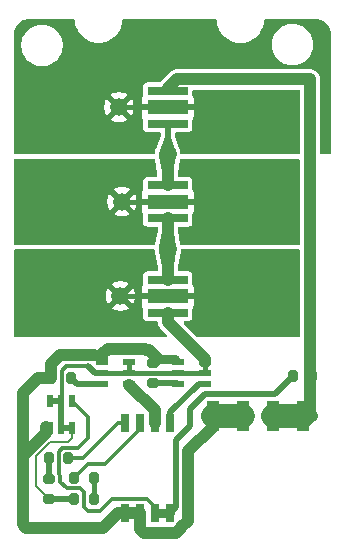
<source format=gbr>
%TF.GenerationSoftware,KiCad,Pcbnew,9.0.2*%
%TF.CreationDate,2025-12-28T15:35:21-05:00*%
%TF.ProjectId,Mothbeam,4d6f7468-6265-4616-9d2e-6b696361645f,rev?*%
%TF.SameCoordinates,Original*%
%TF.FileFunction,Copper,L1,Top*%
%TF.FilePolarity,Positive*%
%FSLAX46Y46*%
G04 Gerber Fmt 4.6, Leading zero omitted, Abs format (unit mm)*
G04 Created by KiCad (PCBNEW 9.0.2) date 2025-12-28 15:35:21*
%MOMM*%
%LPD*%
G01*
G04 APERTURE LIST*
G04 Aperture macros list*
%AMRoundRect*
0 Rectangle with rounded corners*
0 $1 Rounding radius*
0 $2 $3 $4 $5 $6 $7 $8 $9 X,Y pos of 4 corners*
0 Add a 4 corners polygon primitive as box body*
4,1,4,$2,$3,$4,$5,$6,$7,$8,$9,$2,$3,0*
0 Add four circle primitives for the rounded corners*
1,1,$1+$1,$2,$3*
1,1,$1+$1,$4,$5*
1,1,$1+$1,$6,$7*
1,1,$1+$1,$8,$9*
0 Add four rect primitives between the rounded corners*
20,1,$1+$1,$2,$3,$4,$5,0*
20,1,$1+$1,$4,$5,$6,$7,0*
20,1,$1+$1,$6,$7,$8,$9,0*
20,1,$1+$1,$8,$9,$2,$3,0*%
G04 Aperture macros list end*
%TA.AperFunction,Conductor*%
%ADD10C,0.200000*%
%TD*%
%TA.AperFunction,SMDPad,CuDef*%
%ADD11R,0.760000X1.500000*%
%TD*%
%TA.AperFunction,SMDPad,CuDef*%
%ADD12RoundRect,0.200000X0.200000X0.275000X-0.200000X0.275000X-0.200000X-0.275000X0.200000X-0.275000X0*%
%TD*%
%TA.AperFunction,SMDPad,CuDef*%
%ADD13C,1.500000*%
%TD*%
%TA.AperFunction,SMDPad,CuDef*%
%ADD14R,0.530000X1.070000*%
%TD*%
%TA.AperFunction,SMDPad,CuDef*%
%ADD15RoundRect,0.200000X0.275000X-0.200000X0.275000X0.200000X-0.275000X0.200000X-0.275000X-0.200000X0*%
%TD*%
%TA.AperFunction,SMDPad,CuDef*%
%ADD16RoundRect,0.200000X-0.200000X-0.275000X0.200000X-0.275000X0.200000X0.275000X-0.200000X0.275000X0*%
%TD*%
%TA.AperFunction,SMDPad,CuDef*%
%ADD17R,1.000000X2.540000*%
%TD*%
%TA.AperFunction,SMDPad,CuDef*%
%ADD18R,3.450000X0.700000*%
%TD*%
%TA.AperFunction,SMDPad,CuDef*%
%ADD19R,3.450000X1.300000*%
%TD*%
%TA.AperFunction,SMDPad,CuDef*%
%ADD20R,1.070000X0.530000*%
%TD*%
%TA.AperFunction,Conductor*%
%ADD21C,0.203200*%
%TD*%
%TA.AperFunction,Conductor*%
%ADD22C,0.500000*%
%TD*%
%TA.AperFunction,Conductor*%
%ADD23C,0.304800*%
%TD*%
%TA.AperFunction,Conductor*%
%ADD24C,0.400000*%
%TD*%
%TA.AperFunction,Conductor*%
%ADD25C,1.000000*%
%TD*%
%TA.AperFunction,Conductor*%
%ADD26C,2.032000*%
%TD*%
%TA.AperFunction,Conductor*%
%ADD27C,0.800000*%
%TD*%
%TA.AperFunction,Conductor*%
%ADD28C,0.250000*%
%TD*%
G04 APERTURE END LIST*
D10*
%TO.N,/LED-*%
X7850000Y44650000D02*
X7800000Y44600000D01*
%TD*%
D11*
%TO.P,SW2,1,1*%
%TO.N,Net-(U3-EN)*%
X7921776Y35283463D03*
%TO.P,SW2,2,2*%
%TO.N,Net-(U2-EN)*%
X6651776Y35283463D03*
%TO.P,SW2,3,3*%
%TO.N,Net-(R6-Pad2)*%
X5381776Y35283463D03*
%TO.P,SW2,4,4*%
%TO.N,Net-(R4-Pad2)*%
X4101776Y35283463D03*
%TO.P,SW2,5,5*%
%TO.N,GND*%
X4101776Y27663463D03*
%TO.P,SW2,6,6*%
X5381776Y27663463D03*
%TO.P,SW2,7,7*%
%TO.N,EN*%
X6651776Y27663463D03*
%TO.P,SW2,8,8*%
X7921776Y27663463D03*
%TD*%
D12*
%TO.P,R6,1*%
%TO.N,Net-(R2-Pad2)*%
X1475000Y30700000D03*
%TO.P,R6,2*%
%TO.N,Net-(R6-Pad2)*%
X-175000Y30700000D03*
%TD*%
%TO.P,R9,1*%
%TO.N,Net-(U2-REXT)*%
X-465893Y39150000D03*
%TO.P,R9,2*%
%TO.N,GND*%
X-2115893Y39150000D03*
%TD*%
D13*
%TO.P,TP1,1,1*%
%TO.N,Net-(D2-A)*%
X7750000Y50050000D03*
%TD*%
%TO.P,TP2,1,1*%
%TO.N,/T1*%
X3610000Y62060000D03*
%TD*%
%TO.P,TP5,1,1*%
%TO.N,/T3*%
X3740000Y46070000D03*
%TD*%
D14*
%TO.P,U1,1,EN*%
%TO.N,EN*%
X-340893Y37150000D03*
%TO.P,U1,2,OUT*%
%TO.N,/LED-*%
X-1290893Y37150000D03*
%TO.P,U1,3,OUT*%
X-2240893Y37150000D03*
%TO.P,U1,4,GND*%
%TO.N,GND*%
X-2240893Y34850000D03*
%TO.P,U1,5,OUT*%
%TO.N,/LED-*%
X-1290893Y34850000D03*
%TO.P,U1,6,REXT*%
X-340893Y34850000D03*
%TD*%
D13*
%TO.P,TP3,1,1*%
%TO.N,Net-(D1--)*%
X7724600Y58050000D03*
%TD*%
D15*
%TO.P,R1,1*%
%TO.N,Net-(U3-REXT)*%
X6537500Y38725000D03*
%TO.P,R1,2*%
%TO.N,GND*%
X6537500Y40375000D03*
%TD*%
D16*
%TO.P,R4,1*%
%TO.N,Net-(R3-Pad2)*%
X-2325000Y32350000D03*
%TO.P,R4,2*%
%TO.N,Net-(R4-Pad2)*%
X-675000Y32350000D03*
%TD*%
D17*
%TO.P,CN1,1,1*%
%TO.N,GND*%
X11540000Y35877500D03*
%TO.P,CN1,2,2*%
X14080000Y35877500D03*
%TO.P,CN1,3,3*%
%TO.N,/LED+*%
X16620000Y35877500D03*
%TO.P,CN1,4,4*%
X19160000Y35877500D03*
%TD*%
D12*
%TO.P,R5,1*%
%TO.N,/LED+*%
X19975000Y39300000D03*
%TO.P,R5,2*%
%TO.N,EN*%
X18325000Y39300000D03*
%TD*%
D18*
%TO.P,D1,1,+*%
%TO.N,/LED+*%
X7750000Y63450000D03*
%TO.P,D1,2,-*%
%TO.N,Net-(D1--)*%
X7750000Y60650000D03*
D19*
%TO.P,D1,3,nc*%
%TO.N,/T1*%
X7750000Y62050000D03*
%TD*%
D20*
%TO.P,U2,1,EN*%
%TO.N,Net-(U2-EN)*%
X4437500Y38600000D03*
%TO.P,U2,2,OUT*%
%TO.N,/LED-*%
X4437500Y39550000D03*
%TO.P,U2,3,OUT*%
X4437500Y40500000D03*
%TO.P,U2,4,GND*%
%TO.N,GND*%
X2137500Y40500000D03*
%TO.P,U2,5,OUT*%
%TO.N,/LED-*%
X2137500Y39550000D03*
%TO.P,U2,6,REXT*%
%TO.N,Net-(U2-REXT)*%
X2137500Y38600000D03*
%TD*%
D15*
%TO.P,R3,1*%
%TO.N,/LED-*%
X-2300000Y28900000D03*
%TO.P,R3,2*%
%TO.N,Net-(R3-Pad2)*%
X-2300000Y30550000D03*
%TD*%
D18*
%TO.P,D2,1,A*%
%TO.N,Net-(D1--)*%
X7750000Y55450000D03*
%TO.P,D2,2,K*%
%TO.N,Net-(D2-A)*%
X7750000Y52650000D03*
D19*
%TO.P,D2,3,3*%
%TO.N,/T2*%
X7750000Y54050000D03*
%TD*%
D13*
%TO.P,TP4,1,1*%
%TO.N,/T2*%
X3870000Y54050000D03*
%TD*%
D18*
%TO.P,D3,1,+*%
%TO.N,Net-(D2-A)*%
X7750000Y47450000D03*
%TO.P,D3,2,-*%
%TO.N,/LED-*%
X7750000Y44650000D03*
D19*
%TO.P,D3,3,nc*%
%TO.N,/T3*%
X7750000Y46050000D03*
%TD*%
D16*
%TO.P,R2,1*%
%TO.N,/LED-*%
X-175000Y28900000D03*
%TO.P,R2,2*%
%TO.N,Net-(R2-Pad2)*%
X1475000Y28900000D03*
%TD*%
D20*
%TO.P,U3,1,EN*%
%TO.N,Net-(U3-EN)*%
X10937500Y38600000D03*
%TO.P,U3,2,OUT*%
%TO.N,/LED-*%
X10937500Y39550000D03*
%TO.P,U3,3,OUT*%
X10937500Y40500000D03*
%TO.P,U3,4,GND*%
%TO.N,GND*%
X8637500Y40500000D03*
%TO.P,U3,5,OUT*%
%TO.N,/LED-*%
X8637500Y39550000D03*
%TO.P,U3,6,REXT*%
%TO.N,Net-(U3-REXT)*%
X8637500Y38600000D03*
%TD*%
D21*
%TO.N,/LED-*%
X-2225121Y33678933D02*
X-711961Y33678933D01*
D22*
X-175000Y28900000D02*
X-2300000Y28900000D01*
D23*
X-1250000Y39750000D02*
X-900000Y40100000D01*
D21*
X-2300000Y28900000D02*
X-3400000Y30000000D01*
D24*
X4437500Y39550000D02*
X4437500Y40500000D01*
D23*
X-1250000Y37190893D02*
X-1250000Y39750000D01*
D24*
X4437500Y39550000D02*
X8637500Y39550000D01*
D21*
X-3400000Y32504054D02*
X-2225121Y33678933D01*
D25*
X10937500Y40500000D02*
X10937500Y40712500D01*
X7750000Y43900000D02*
X7750000Y44650000D01*
D22*
X-1290893Y34850000D02*
X-1290893Y37150000D01*
X1000000Y40100000D02*
X1550000Y39550000D01*
X-1290893Y34850000D02*
X-340893Y34850000D01*
D21*
X-711961Y33678933D02*
X-340893Y34050001D01*
D23*
X-900000Y40100000D02*
X1000000Y40100000D01*
D25*
X10937500Y40712500D02*
X7750000Y43900000D01*
D22*
X-2240893Y37150000D02*
X-1290893Y37150000D01*
D21*
X-340893Y34050001D02*
X-340893Y34850000D01*
D24*
X8637500Y39550000D02*
X10937500Y39550000D01*
X10937500Y39550000D02*
X10937500Y40500000D01*
D21*
X-3400000Y30000000D02*
X-3400000Y32504054D01*
D22*
X1550000Y39550000D02*
X2137500Y39550000D01*
D24*
X2137500Y39550000D02*
X4437500Y39550000D01*
D22*
%TO.N,Net-(U3-REXT)*%
X6537500Y38725000D02*
X8512500Y38725000D01*
D25*
%TO.N,/LED+*%
X19972500Y35877500D02*
X19160000Y35877500D01*
D26*
X19160000Y35877500D02*
X16620000Y35877500D01*
D25*
X8500000Y64400000D02*
X19800000Y64400000D01*
X19800000Y36050000D02*
X19972500Y35877500D01*
X19800000Y64400000D02*
X19800000Y36050000D01*
X7750000Y63650000D02*
X8500000Y64400000D01*
D23*
%TO.N,EN*%
X6646776Y28203224D02*
X6000000Y28850000D01*
X1000000Y27850000D02*
X650000Y28200000D01*
X-1350000Y30863168D02*
X-1500000Y31013168D01*
X2050000Y27850000D02*
X1000000Y27850000D01*
X-1350000Y30350000D02*
X-1350000Y30863168D01*
X1000000Y34050000D02*
X1000000Y35809107D01*
D22*
X8435109Y33859254D02*
X9600000Y35024145D01*
D27*
X7916776Y27663463D02*
X6646776Y27663463D01*
D22*
X8435109Y28181796D02*
X8435109Y33859254D01*
X9600000Y36500000D02*
X10900000Y37800000D01*
D23*
X150000Y33200000D02*
X1000000Y34050000D01*
D22*
X7916776Y27663463D02*
X8435109Y28181796D01*
D23*
X-1500000Y32900000D02*
X-1200000Y33200000D01*
X-1500000Y31013168D02*
X-1500000Y32900000D01*
D22*
X16825000Y37800000D02*
X18325000Y39300000D01*
D23*
X650000Y29450000D02*
X280199Y29819801D01*
X3050000Y28850000D02*
X2050000Y27850000D01*
X-1200000Y33200000D02*
X150000Y33200000D01*
X-819801Y29819801D02*
X-1350000Y30350000D01*
X1000000Y35809107D02*
X-340893Y37150000D01*
X280199Y29819801D02*
X-819801Y29819801D01*
X650000Y28200000D02*
X650000Y29450000D01*
X6646776Y27663463D02*
X6646776Y28203224D01*
D22*
X10900000Y37800000D02*
X16825000Y37800000D01*
X9600000Y35024145D02*
X9600000Y36500000D01*
D23*
X6000000Y28850000D02*
X3050000Y28850000D01*
D25*
%TO.N,GND*%
X9480126Y32920822D02*
X9480126Y27046576D01*
X11540000Y34990000D02*
X9475474Y32925474D01*
X2250000Y26400000D02*
X-4250000Y26400000D01*
X-4550000Y32540893D02*
X-2600000Y34490893D01*
X5376776Y26373224D02*
X5380999Y26373224D01*
X-1350000Y41100000D02*
X1537500Y41100000D01*
X5918187Y41481813D02*
X5800000Y41600000D01*
X9480126Y27046576D02*
X8908381Y26474832D01*
X-4250000Y26400000D02*
X-4450000Y26600000D01*
D26*
X14080000Y35877500D02*
X11540000Y35877500D01*
D25*
X9475474Y32925474D02*
X9480126Y32920822D01*
X-2115893Y40334107D02*
X-1350000Y41100000D01*
X-4450000Y26700000D02*
X-4550000Y26800000D01*
X4106776Y27663463D02*
X3513463Y27663463D01*
X3513463Y27663463D02*
X2250000Y26400000D01*
X-4500000Y37850000D02*
X-4500000Y32590893D01*
X-4500000Y32590893D02*
X-4550000Y32540893D01*
X-4450000Y26600000D02*
X-4450000Y26700000D01*
X8450237Y26006471D02*
X5746273Y26007950D01*
X5376776Y26373224D02*
X5376776Y27408463D01*
X-2115893Y39150000D02*
X-2115893Y40334107D01*
X-3200000Y39150000D02*
X-4500000Y37850000D01*
X8908381Y26474832D02*
X8908381Y26464615D01*
X-4550000Y26800000D02*
X-4550000Y32540893D01*
X2650000Y41600000D02*
X2200000Y41150000D01*
X5380999Y26373224D02*
X5746273Y26007950D01*
X2200000Y41150000D02*
X2200000Y40850000D01*
X4106776Y27663463D02*
X5376776Y27663463D01*
X-2115893Y39150000D02*
X-3200000Y39150000D01*
X11540000Y35877500D02*
X11540000Y34990000D01*
X-2600000Y34490893D02*
X-2600000Y35000000D01*
X6180687Y41481813D02*
X5918187Y41481813D01*
X8908381Y26464615D02*
X8450237Y26006471D01*
D27*
X6912500Y40750000D02*
X8387500Y40750000D01*
D25*
X6912500Y40750000D02*
X6180687Y41481813D01*
X5800000Y41600000D02*
X2650000Y41600000D01*
D23*
%TO.N,Net-(R4-Pad2)*%
X-675000Y32350000D02*
X600000Y32350000D01*
X600000Y32350000D02*
X3533463Y35283463D01*
X3533463Y35283463D02*
X4106776Y35283463D01*
D22*
%TO.N,Net-(U2-REXT)*%
X84107Y38600000D02*
X-465893Y39150000D01*
X2137500Y38600000D02*
X84107Y38600000D01*
D24*
%TO.N,/T1*%
X11250000Y62050000D02*
X7750000Y62050000D01*
X7750000Y62050000D02*
X3500000Y62050000D01*
%TO.N,/T2*%
X11250000Y54050000D02*
X7750000Y54050000D01*
X7750000Y54050000D02*
X4500000Y54050000D01*
%TO.N,/T3*%
X11250000Y46050000D02*
X7750000Y46050000D01*
X7750000Y46050000D02*
X4250000Y46050000D01*
D23*
%TO.N,Net-(R6-Pad2)*%
X5376776Y34826776D02*
X2400000Y31850000D01*
X975000Y31850000D02*
X-175000Y30700000D01*
X5376776Y35028463D02*
X5376776Y34826776D01*
X2400000Y31850000D02*
X975000Y31850000D01*
D24*
%TO.N,Net-(R2-Pad2)*%
X1475000Y28900000D02*
X1475000Y30500000D01*
D22*
%TO.N,Net-(R3-Pad2)*%
X-2325000Y32350000D02*
X-2325000Y30575000D01*
X-2325000Y30575000D02*
X-2300000Y30550000D01*
D25*
%TO.N,Net-(U2-EN)*%
X6646776Y35283463D02*
X6646776Y36390724D01*
X6646776Y36390724D02*
X4488500Y38549000D01*
X4488500Y38549000D02*
X4437500Y38549000D01*
D22*
%TO.N,Net-(U3-EN)*%
X7954276Y36204276D02*
X7954276Y35320963D01*
X7954276Y36204276D02*
X10350000Y38600000D01*
X7954276Y35320963D02*
X7916776Y35283463D01*
X10350000Y38600000D02*
X10650000Y38600000D01*
%TO.N,Net-(D1--)*%
X7750000Y60665000D02*
X7750000Y58075400D01*
D25*
X7724600Y58050000D02*
X7724600Y55475400D01*
D28*
%TO.N,Net-(D2-A)*%
X7608800Y50596200D02*
X7724600Y50712000D01*
D25*
X7750000Y52650000D02*
X7750000Y50050000D01*
X7750000Y50050000D02*
X7750000Y47450000D01*
%TD*%
%TA.AperFunction,Conductor*%
%TO.N,/T2*%
G36*
X8944723Y57694500D02*
G01*
X8944724Y57694500D01*
X18825500Y57694500D01*
X18892539Y57674815D01*
X18938294Y57622011D01*
X18949500Y57570500D01*
X18949500Y50529500D01*
X18929815Y50462461D01*
X18877011Y50416706D01*
X18825500Y50405500D01*
X8970123Y50405500D01*
X8922858Y50402290D01*
X8854640Y50417385D01*
X8805412Y50466967D01*
X8792331Y50504521D01*
X8602375Y51584384D01*
X8600500Y51605867D01*
X8600500Y51825500D01*
X8620185Y51892539D01*
X8672989Y51938294D01*
X8724500Y51949500D01*
X9508261Y51949500D01*
X9530971Y51952809D01*
X9576393Y51959427D01*
X9681483Y52010802D01*
X9764198Y52093517D01*
X9815573Y52198607D01*
X9825500Y52266740D01*
X9825500Y52992605D01*
X9845185Y53059643D01*
X9850233Y53066915D01*
X9918353Y53157912D01*
X9918354Y53157914D01*
X9968596Y53292621D01*
X9968598Y53292628D01*
X9974999Y53352156D01*
X9975000Y53352173D01*
X9975000Y53800000D01*
X5525000Y53800000D01*
X5525000Y53352156D01*
X5531401Y53292628D01*
X5531403Y53292621D01*
X5581645Y53157914D01*
X5581647Y53157911D01*
X5649766Y53066917D01*
X5674184Y53001453D01*
X5674500Y52992605D01*
X5674500Y52266740D01*
X5684426Y52198609D01*
X5735803Y52093515D01*
X5818514Y52010804D01*
X5818515Y52010804D01*
X5818517Y52010802D01*
X5923607Y51959427D01*
X5957673Y51954464D01*
X5991739Y51949500D01*
X5991740Y51949500D01*
X6775500Y51949500D01*
X6784185Y51946950D01*
X6793147Y51948238D01*
X6817187Y51937260D01*
X6842539Y51929815D01*
X6848466Y51922975D01*
X6856703Y51919213D01*
X6870992Y51896979D01*
X6888294Y51877011D01*
X6890581Y51866497D01*
X6894477Y51860435D01*
X6899500Y51825500D01*
X6899500Y51605867D01*
X6897625Y51584384D01*
X6707112Y50501369D01*
X6676110Y50438754D01*
X6616178Y50402839D01*
X6567342Y50400114D01*
X6529879Y50405500D01*
X6529876Y50405500D01*
X-5138063Y50405500D01*
X-5205102Y50425185D01*
X-5250857Y50477989D01*
X-5262063Y50529500D01*
X-5262063Y53006323D01*
X3179873Y53006323D01*
X3179873Y53006322D01*
X3214858Y52980904D01*
X3390164Y52891582D01*
X3577294Y52830779D01*
X3771618Y52800000D01*
X3968382Y52800000D01*
X4162705Y52830779D01*
X4349835Y52891582D01*
X4525143Y52980905D01*
X4560125Y53006322D01*
X4560126Y53006322D01*
X3870001Y53696447D01*
X3870000Y53696447D01*
X3179873Y53006323D01*
X-5262063Y53006323D01*
X-5262063Y54148383D01*
X2620000Y54148383D01*
X2620000Y53951618D01*
X2650778Y53757295D01*
X2711581Y53570165D01*
X2800905Y53394855D01*
X2826319Y53359875D01*
X2826320Y53359875D01*
X3516446Y54050000D01*
X3516446Y54050001D01*
X4223553Y54050001D01*
X4223553Y54050000D01*
X4913678Y53359874D01*
X4913678Y53359875D01*
X4939095Y53394857D01*
X5028418Y53570165D01*
X5089221Y53757295D01*
X5120000Y53951618D01*
X5120000Y54148383D01*
X5089221Y54342706D01*
X5028418Y54529836D01*
X4939096Y54705142D01*
X4913678Y54740127D01*
X4913677Y54740127D01*
X4223553Y54050001D01*
X3516446Y54050001D01*
X2826320Y54740128D01*
X2826320Y54740127D01*
X2800902Y54705141D01*
X2800899Y54705137D01*
X2711582Y54529839D01*
X2650778Y54342706D01*
X2620000Y54148383D01*
X-5262063Y54148383D01*
X-5262063Y55093680D01*
X3179872Y55093680D01*
X3870000Y54403554D01*
X3870001Y54403554D01*
X4560125Y55093680D01*
X4560125Y55093681D01*
X4525145Y55119095D01*
X4349835Y55208419D01*
X4162705Y55269222D01*
X3968382Y55300000D01*
X3771618Y55300000D01*
X3577294Y55269222D01*
X3390161Y55208418D01*
X3214863Y55119101D01*
X3214859Y55119098D01*
X3179873Y55093680D01*
X3179872Y55093680D01*
X-5262063Y55093680D01*
X-5262063Y57570500D01*
X-5242378Y57637539D01*
X-5189574Y57683294D01*
X-5138063Y57694500D01*
X6504466Y57694500D01*
X6504476Y57694500D01*
X6551741Y57697711D01*
X6619955Y57682617D01*
X6669185Y57633037D01*
X6682267Y57595480D01*
X6872225Y56515615D01*
X6874100Y56494133D01*
X6874100Y56274500D01*
X6854415Y56207461D01*
X6801611Y56161706D01*
X6750100Y56150500D01*
X5991739Y56150500D01*
X5923608Y56140574D01*
X5818514Y56089197D01*
X5735803Y56006486D01*
X5684426Y55901392D01*
X5674500Y55833261D01*
X5674500Y55107396D01*
X5654815Y55040357D01*
X5649767Y55033085D01*
X5581646Y54942089D01*
X5581645Y54942087D01*
X5531403Y54807380D01*
X5531401Y54807373D01*
X5525000Y54747845D01*
X5525000Y54300000D01*
X9975000Y54300000D01*
X9975000Y54747828D01*
X9974999Y54747845D01*
X9968598Y54807373D01*
X9968596Y54807380D01*
X9918354Y54942087D01*
X9918353Y54942089D01*
X9850233Y55033085D01*
X9825816Y55098549D01*
X9825500Y55107396D01*
X9825500Y55833261D01*
X9815573Y55901392D01*
X9815573Y55901393D01*
X9764198Y56006483D01*
X9764196Y56006485D01*
X9764196Y56006486D01*
X9681485Y56089197D01*
X9576391Y56140574D01*
X9508261Y56150500D01*
X9508260Y56150500D01*
X8699100Y56150500D01*
X8690414Y56153051D01*
X8681453Y56151762D01*
X8657412Y56162741D01*
X8632061Y56170185D01*
X8626133Y56177026D01*
X8617897Y56180787D01*
X8603607Y56203022D01*
X8586306Y56222989D01*
X8584018Y56233504D01*
X8580123Y56239565D01*
X8575100Y56274500D01*
X8575100Y56494133D01*
X8576975Y56515616D01*
X8767486Y57598636D01*
X8798486Y57661248D01*
X8858419Y57697163D01*
X8907257Y57699887D01*
X8944723Y57694500D01*
G37*
%TD.AperFunction*%
%TD*%
%TA.AperFunction,Conductor*%
%TO.N,/T1*%
G36*
X-3906372Y69504949D02*
G01*
X-3903457Y69504523D01*
X-3901196Y69504682D01*
X-3889611Y69503840D01*
X-3876417Y69500339D01*
X-3842578Y69500422D01*
X-3837946Y69500085D01*
X-3832739Y69499595D01*
X-3803732Y69496243D01*
X-3783216Y69499277D01*
X-3765389Y69500610D01*
X-234802Y69509196D01*
X-167714Y69489674D01*
X-121831Y69436982D01*
X-110500Y69385196D01*
X-110500Y69373161D01*
X-73235Y69102036D01*
X-73234Y69102030D01*
X602Y68838507D01*
X109633Y68587491D01*
X251829Y68353659D01*
X251831Y68353657D01*
X251832Y68353655D01*
X274373Y68325949D01*
X424542Y68141366D01*
X424545Y68141364D01*
X424546Y68141362D01*
X439988Y68126940D01*
X624560Y67954561D01*
X848135Y67796745D01*
X848141Y67796741D01*
X850773Y67795377D01*
X1091136Y67670831D01*
X1091139Y67670830D01*
X1349004Y67579184D01*
X1349020Y67579179D01*
X1539255Y67539649D01*
X1616960Y67523502D01*
X1616961Y67523501D01*
X1634441Y67522306D01*
X1890000Y67504825D01*
X2163038Y67523501D01*
X2283620Y67548559D01*
X2430979Y67579179D01*
X2430985Y67579182D01*
X2430990Y67579182D01*
X2688864Y67670831D01*
X2931857Y67796740D01*
X3155442Y67954563D01*
X3355454Y68141362D01*
X3528168Y68353655D01*
X3670365Y68587489D01*
X3672914Y68593356D01*
X3745562Y68760610D01*
X3779398Y68838508D01*
X3853235Y69102035D01*
X3890476Y69372989D01*
X3890500Y69373161D01*
X3890500Y69385500D01*
X3910185Y69452539D01*
X3962989Y69498294D01*
X4014500Y69509500D01*
X11764964Y69509500D01*
X11832003Y69489815D01*
X11877758Y69437011D01*
X11888963Y69385032D01*
X11888946Y69380793D01*
X11888948Y69380775D01*
X11925248Y69109179D01*
X11925248Y69109178D01*
X11998238Y68845059D01*
X11998240Y68845053D01*
X12055334Y68712382D01*
X12106556Y68593356D01*
X12248179Y68358770D01*
X12420461Y68145682D01*
X12420463Y68145680D01*
X12420464Y68145679D01*
X12440413Y68126940D01*
X12620186Y67958072D01*
X12843624Y67799443D01*
X13086602Y67672758D01*
X13344583Y67580382D01*
X13612749Y67524040D01*
X13886093Y67504784D01*
X14159509Y67522974D01*
X14427893Y67578271D01*
X14449334Y67585855D01*
X14449337Y67585855D01*
X14526176Y67613033D01*
X14686232Y67669641D01*
X14929702Y67795378D01*
X15153756Y67953135D01*
X15354211Y68139966D01*
X15527322Y68352380D01*
X15669858Y68586413D01*
X15779156Y68837692D01*
X15779472Y68838815D01*
X15834238Y69034028D01*
X15853175Y69101527D01*
X15890534Y69372989D01*
X15890535Y69385135D01*
X15910224Y69452173D01*
X15963030Y69497925D01*
X16014903Y69509126D01*
X19183376Y69499696D01*
X19184108Y69499500D01*
X19249213Y69499500D01*
X19249548Y69499500D01*
X19249549Y69499499D01*
X19320526Y69499287D01*
X19323853Y69499500D01*
X20234108Y69499500D01*
X20295125Y69499500D01*
X20304853Y69499118D01*
X20341385Y69496243D01*
X20485736Y69484883D01*
X20504952Y69481840D01*
X20628520Y69452173D01*
X20676629Y69440623D01*
X20695134Y69434610D01*
X20858246Y69367047D01*
X20875583Y69358213D01*
X21026115Y69265967D01*
X21041857Y69254530D01*
X21176109Y69139868D01*
X21189867Y69126110D01*
X21304529Y68991858D01*
X21315966Y68976116D01*
X21408212Y68825584D01*
X21417046Y68808247D01*
X21484609Y68645135D01*
X21490622Y68626630D01*
X21531838Y68454955D01*
X21534882Y68435736D01*
X21549118Y68254854D01*
X21549500Y68245125D01*
X21549500Y58174000D01*
X21529815Y58106961D01*
X21477011Y58061206D01*
X21425500Y58050000D01*
X20774500Y58050000D01*
X20707461Y58069685D01*
X20661706Y58122489D01*
X20650500Y58174000D01*
X20650500Y64483768D01*
X20650499Y64483772D01*
X20617817Y64648075D01*
X20617816Y64648082D01*
X20553703Y64802863D01*
X20522537Y64849506D01*
X20460626Y64942163D01*
X20342162Y65060627D01*
X20202860Y65153705D01*
X20048082Y65217816D01*
X20048074Y65217818D01*
X19883771Y65250500D01*
X19883767Y65250500D01*
X8416233Y65250500D01*
X8416228Y65250500D01*
X8251925Y65217818D01*
X8251913Y65217815D01*
X8206583Y65199038D01*
X8097143Y65153708D01*
X8097137Y65153705D01*
X8097137Y65153704D01*
X7957840Y65060627D01*
X7957831Y65060621D01*
X7085065Y64187855D01*
X7083282Y64189638D01*
X7034657Y64156506D01*
X6996534Y64150500D01*
X5991739Y64150500D01*
X5923608Y64140574D01*
X5818514Y64089197D01*
X5735803Y64006486D01*
X5684426Y63901392D01*
X5674500Y63833261D01*
X5674500Y63107396D01*
X5654815Y63040357D01*
X5649767Y63033085D01*
X5581646Y62942089D01*
X5581645Y62942087D01*
X5531403Y62807380D01*
X5531401Y62807373D01*
X5525000Y62747845D01*
X5525000Y62300000D01*
X9975000Y62300000D01*
X9975000Y62747828D01*
X9974999Y62747845D01*
X9968598Y62807373D01*
X9968596Y62807380D01*
X9918354Y62942087D01*
X9918353Y62942089D01*
X9850233Y63033085D01*
X9825816Y63098549D01*
X9825500Y63107396D01*
X9825500Y63425500D01*
X9845185Y63492539D01*
X9897989Y63538294D01*
X9949500Y63549500D01*
X18825500Y63549500D01*
X18892539Y63529815D01*
X18938294Y63477011D01*
X18949500Y63425500D01*
X18949500Y58174000D01*
X18929815Y58106961D01*
X18877011Y58061206D01*
X18825500Y58050000D01*
X8944723Y58050000D01*
X8877684Y58069685D01*
X8831929Y58122489D01*
X8822250Y58154603D01*
X8798003Y58307697D01*
X8798002Y58307698D01*
X8798002Y58307699D01*
X8798002Y58307701D01*
X8744473Y58472445D01*
X8738405Y58484354D01*
X8731619Y58500355D01*
X8357230Y59589929D01*
X8356619Y59593583D01*
X8355523Y59595289D01*
X8350500Y59630224D01*
X8350500Y59825500D01*
X8370185Y59892539D01*
X8422989Y59938294D01*
X8474500Y59949500D01*
X9508261Y59949500D01*
X9530971Y59952809D01*
X9576393Y59959427D01*
X9681483Y60010802D01*
X9764198Y60093517D01*
X9815573Y60198607D01*
X9825500Y60266740D01*
X9825500Y60992605D01*
X9845185Y61059643D01*
X9850233Y61066915D01*
X9918353Y61157912D01*
X9918354Y61157914D01*
X9968596Y61292621D01*
X9968598Y61292628D01*
X9974999Y61352156D01*
X9975000Y61352173D01*
X9975000Y61800000D01*
X5525000Y61800000D01*
X5525000Y61352156D01*
X5531401Y61292628D01*
X5531403Y61292621D01*
X5581645Y61157914D01*
X5581647Y61157911D01*
X5649766Y61066917D01*
X5674184Y61001453D01*
X5674500Y60992605D01*
X5674500Y60266740D01*
X5684426Y60198609D01*
X5735803Y60093515D01*
X5818514Y60010804D01*
X5818515Y60010804D01*
X5818517Y60010802D01*
X5923607Y59959427D01*
X5957673Y59954464D01*
X5991739Y59949500D01*
X5991740Y59949500D01*
X7025500Y59949500D01*
X7034185Y59946950D01*
X7043147Y59948238D01*
X7067187Y59937260D01*
X7092539Y59929815D01*
X7098466Y59922975D01*
X7106703Y59919213D01*
X7120992Y59896979D01*
X7138294Y59877011D01*
X7140581Y59866497D01*
X7144477Y59860435D01*
X7149500Y59825500D01*
X7149500Y59637065D01*
X7141354Y59592862D01*
X6743478Y58550056D01*
X6738110Y58537967D01*
X6704726Y58472446D01*
X6704726Y58472444D01*
X6651198Y58307702D01*
X6651197Y58307699D01*
X6648666Y58291725D01*
X6648170Y58288587D01*
X6641170Y58255468D01*
X6641446Y58246134D01*
X6639630Y58234669D01*
X6639629Y58234667D01*
X6626949Y58154603D01*
X6597020Y58091468D01*
X6537709Y58054536D01*
X6504476Y58050000D01*
X-5138063Y58050000D01*
X-5205102Y58069685D01*
X-5250857Y58122489D01*
X-5262063Y58174000D01*
X-5262063Y61016323D01*
X2919873Y61016323D01*
X2919873Y61016322D01*
X2954858Y60990904D01*
X3130164Y60901582D01*
X3317294Y60840779D01*
X3511618Y60810000D01*
X3708382Y60810000D01*
X3902705Y60840779D01*
X4089835Y60901582D01*
X4265143Y60990905D01*
X4300125Y61016322D01*
X4300126Y61016322D01*
X3610001Y61706447D01*
X3610000Y61706447D01*
X2919873Y61016323D01*
X-5262063Y61016323D01*
X-5262063Y62158383D01*
X2360000Y62158383D01*
X2360000Y61961618D01*
X2390778Y61767295D01*
X2451581Y61580165D01*
X2540905Y61404855D01*
X2566319Y61369875D01*
X2566320Y61369875D01*
X3256446Y62060000D01*
X3256446Y62060001D01*
X3963553Y62060001D01*
X3963553Y62059999D01*
X4653678Y61369874D01*
X4653678Y61369875D01*
X4679095Y61404857D01*
X4768418Y61580165D01*
X4829221Y61767295D01*
X4860000Y61961618D01*
X4860000Y62158383D01*
X4829221Y62352706D01*
X4768418Y62539836D01*
X4679096Y62715142D01*
X4653678Y62750127D01*
X4653677Y62750127D01*
X3963553Y62060001D01*
X3256446Y62060001D01*
X2566320Y62750128D01*
X2566320Y62750127D01*
X2540902Y62715141D01*
X2540899Y62715137D01*
X2451582Y62539839D01*
X2390778Y62352706D01*
X2360000Y62158383D01*
X-5262063Y62158383D01*
X-5262063Y63103680D01*
X2919872Y63103680D01*
X3610000Y62413554D01*
X3610001Y62413554D01*
X4300125Y63103680D01*
X4300125Y63103681D01*
X4265145Y63129095D01*
X4089835Y63218419D01*
X3902705Y63279222D01*
X3708382Y63310000D01*
X3511618Y63310000D01*
X3317294Y63279222D01*
X3130161Y63218418D01*
X2954863Y63129101D01*
X2954859Y63129098D01*
X2919873Y63103680D01*
X2919872Y63103680D01*
X-5262063Y63103680D01*
X-5262063Y67414899D01*
X-4652900Y67414899D01*
X-4652900Y67185102D01*
X-4622908Y66957295D01*
X-4563435Y66735340D01*
X-4475507Y66523061D01*
X-4475500Y66523046D01*
X-4360611Y66324052D01*
X-4220730Y66141755D01*
X-4220724Y66141748D01*
X-4058253Y65979277D01*
X-4058246Y65979271D01*
X-3875949Y65839390D01*
X-3676955Y65724501D01*
X-3676940Y65724494D01*
X-3585457Y65686601D01*
X-3464660Y65636565D01*
X-3242708Y65577093D01*
X-3014891Y65547100D01*
X-3014884Y65547100D01*
X-2785116Y65547100D01*
X-2785109Y65547100D01*
X-2557292Y65577093D01*
X-2335340Y65636565D01*
X-2123049Y65724499D01*
X-1924051Y65839390D01*
X-1741753Y65979272D01*
X-1579272Y66141753D01*
X-1439390Y66324051D01*
X-1324499Y66523049D01*
X-1236565Y66735340D01*
X-1177093Y66957292D01*
X-1147100Y67185109D01*
X-1147100Y67414891D01*
X-1153684Y67464899D01*
X16547100Y67464899D01*
X16547100Y67235102D01*
X16577092Y67007295D01*
X16636565Y66785340D01*
X16724493Y66573061D01*
X16724500Y66573046D01*
X16839389Y66374052D01*
X16979270Y66191755D01*
X16979276Y66191748D01*
X17141747Y66029277D01*
X17141754Y66029271D01*
X17324051Y65889390D01*
X17523045Y65774501D01*
X17523060Y65774494D01*
X17614543Y65736601D01*
X17735340Y65686565D01*
X17957292Y65627093D01*
X18185109Y65597100D01*
X18185116Y65597100D01*
X18414884Y65597100D01*
X18414891Y65597100D01*
X18642708Y65627093D01*
X18864660Y65686565D01*
X19076951Y65774499D01*
X19275949Y65889390D01*
X19458247Y66029272D01*
X19620728Y66191753D01*
X19760610Y66374051D01*
X19875501Y66573049D01*
X19963435Y66785340D01*
X20022907Y67007292D01*
X20052900Y67235109D01*
X20052900Y67464891D01*
X20022907Y67692708D01*
X19963435Y67914660D01*
X19875501Y68126951D01*
X19864688Y68145679D01*
X19760610Y68325949D01*
X19620729Y68508246D01*
X19620723Y68508253D01*
X19458252Y68670724D01*
X19458245Y68670730D01*
X19275948Y68810611D01*
X19076954Y68925500D01*
X19076939Y68925507D01*
X18864660Y69013435D01*
X18642705Y69072908D01*
X18414898Y69102900D01*
X18414891Y69102900D01*
X18185109Y69102900D01*
X18185101Y69102900D01*
X17957294Y69072908D01*
X17735339Y69013435D01*
X17523060Y68925507D01*
X17523045Y68925500D01*
X17324051Y68810611D01*
X17141754Y68670730D01*
X17141747Y68670724D01*
X16979276Y68508253D01*
X16979270Y68508246D01*
X16839389Y68325949D01*
X16724500Y68126955D01*
X16724493Y68126940D01*
X16636565Y67914661D01*
X16577092Y67692706D01*
X16547100Y67464899D01*
X-1153684Y67464899D01*
X-1177093Y67642708D01*
X-1236565Y67864660D01*
X-1324499Y68076951D01*
X-1353369Y68126955D01*
X-1439390Y68275949D01*
X-1579271Y68458246D01*
X-1579277Y68458253D01*
X-1741748Y68620724D01*
X-1741755Y68620730D01*
X-1924052Y68760611D01*
X-2123046Y68875500D01*
X-2123061Y68875507D01*
X-2335340Y68963435D01*
X-2557295Y69022908D01*
X-2785102Y69052900D01*
X-2785109Y69052900D01*
X-3014891Y69052900D01*
X-3014899Y69052900D01*
X-3242706Y69022908D01*
X-3464661Y68963435D01*
X-3676940Y68875507D01*
X-3676955Y68875500D01*
X-3875949Y68760611D01*
X-4058246Y68620730D01*
X-4058253Y68620724D01*
X-4220724Y68458253D01*
X-4220730Y68458246D01*
X-4360611Y68275949D01*
X-4475500Y68076955D01*
X-4475507Y68076940D01*
X-4563435Y67864661D01*
X-4622908Y67642706D01*
X-4652900Y67414899D01*
X-5262063Y67414899D01*
X-5262063Y68257368D01*
X-5261623Y68267808D01*
X-5254369Y68353659D01*
X-5245232Y68461809D01*
X-5241728Y68482390D01*
X-5235046Y68508246D01*
X-5194334Y68665800D01*
X-5187427Y68685500D01*
X-5109927Y68858368D01*
X-5099825Y68876611D01*
X-4994414Y69034031D01*
X-4981379Y69050337D01*
X-4887921Y69148939D01*
X-4851058Y69187832D01*
X-4835482Y69201711D01*
X-4683931Y69315398D01*
X-4666252Y69326465D01*
X-4497767Y69413113D01*
X-4478481Y69421057D01*
X-4297853Y69478205D01*
X-4277500Y69482802D01*
X-4089851Y69508834D01*
X-4069005Y69509950D01*
X-3906372Y69504949D01*
G37*
%TD.AperFunction*%
%TD*%
%TA.AperFunction,Conductor*%
%TO.N,/T3*%
G36*
X6596915Y50030315D02*
G01*
X6642670Y49977511D01*
X6652349Y49945398D01*
X6664576Y49868200D01*
X6666098Y49849894D01*
X6666265Y49830844D01*
X6897625Y48515615D01*
X6899500Y48494133D01*
X6899500Y48274500D01*
X6879815Y48207461D01*
X6827011Y48161706D01*
X6775500Y48150500D01*
X5991739Y48150500D01*
X5923608Y48140574D01*
X5818514Y48089197D01*
X5735803Y48006486D01*
X5684426Y47901392D01*
X5674500Y47833261D01*
X5674500Y47107396D01*
X5654815Y47040357D01*
X5649767Y47033085D01*
X5581646Y46942089D01*
X5581645Y46942087D01*
X5531403Y46807380D01*
X5531401Y46807373D01*
X5525000Y46747845D01*
X5525000Y46300000D01*
X9975000Y46300000D01*
X9975000Y46747828D01*
X9974999Y46747845D01*
X9968598Y46807373D01*
X9968596Y46807380D01*
X9918354Y46942087D01*
X9918353Y46942089D01*
X9850233Y47033085D01*
X9825816Y47098549D01*
X9825500Y47107396D01*
X9825500Y47833261D01*
X9815573Y47901392D01*
X9815573Y47901393D01*
X9764198Y48006483D01*
X9764196Y48006485D01*
X9764196Y48006486D01*
X9681485Y48089197D01*
X9576391Y48140574D01*
X9508261Y48150500D01*
X9508260Y48150500D01*
X8724500Y48150500D01*
X8715814Y48153051D01*
X8706853Y48151762D01*
X8682812Y48162741D01*
X8657461Y48170185D01*
X8651533Y48177026D01*
X8643297Y48180787D01*
X8629007Y48203022D01*
X8611706Y48222989D01*
X8609418Y48233504D01*
X8605523Y48239565D01*
X8600500Y48274500D01*
X8600500Y48494133D01*
X8602375Y48515616D01*
X8833733Y49830838D01*
X8836383Y49848487D01*
X8836047Y49856584D01*
X8837468Y49881112D01*
X8847650Y49945398D01*
X8877579Y50008533D01*
X8936891Y50045464D01*
X8970123Y50050000D01*
X18825500Y50050000D01*
X18892539Y50030315D01*
X18938294Y49977511D01*
X18949500Y49926000D01*
X18949500Y42724000D01*
X18929815Y42656961D01*
X18877011Y42611206D01*
X18825500Y42600000D01*
X10304151Y42600000D01*
X10237112Y42619685D01*
X10216470Y42636319D01*
X9114970Y43737819D01*
X9081485Y43799142D01*
X9086469Y43868834D01*
X9128341Y43924767D01*
X9193805Y43949184D01*
X9202651Y43949500D01*
X9508261Y43949500D01*
X9530971Y43952809D01*
X9576393Y43959427D01*
X9681483Y44010802D01*
X9764198Y44093517D01*
X9815573Y44198607D01*
X9825500Y44266740D01*
X9825500Y44992605D01*
X9845185Y45059643D01*
X9850233Y45066915D01*
X9918353Y45157912D01*
X9918354Y45157914D01*
X9968596Y45292621D01*
X9968598Y45292628D01*
X9974999Y45352156D01*
X9975000Y45352173D01*
X9975000Y45800000D01*
X5525000Y45800000D01*
X5525000Y45352156D01*
X5531401Y45292628D01*
X5531403Y45292621D01*
X5581645Y45157914D01*
X5581647Y45157911D01*
X5649766Y45066917D01*
X5674184Y45001453D01*
X5674500Y44992605D01*
X5674500Y44266740D01*
X5684426Y44198609D01*
X5735803Y44093515D01*
X5818514Y44010804D01*
X5818515Y44010804D01*
X5818517Y44010802D01*
X5923607Y43959427D01*
X5957673Y43954464D01*
X5991739Y43949500D01*
X5991740Y43949500D01*
X6775500Y43949500D01*
X6842539Y43929815D01*
X6888294Y43877011D01*
X6899500Y43825500D01*
X6899500Y43816229D01*
X6932181Y43651927D01*
X6932184Y43651918D01*
X6996296Y43497137D01*
X6996297Y43497134D01*
X7089372Y43357839D01*
X7089375Y43357835D01*
X7635530Y42811681D01*
X7669015Y42750358D01*
X7664031Y42680667D01*
X7622160Y42624733D01*
X7556695Y42600316D01*
X7547849Y42600000D01*
X-5138063Y42600000D01*
X-5205102Y42619685D01*
X-5250857Y42672489D01*
X-5262063Y42724000D01*
X-5262063Y45026323D01*
X3049873Y45026323D01*
X3049873Y45026322D01*
X3084858Y45000904D01*
X3260164Y44911582D01*
X3447294Y44850779D01*
X3641618Y44820000D01*
X3838382Y44820000D01*
X4032705Y44850779D01*
X4219835Y44911582D01*
X4395143Y45000905D01*
X4430125Y45026322D01*
X4430126Y45026322D01*
X3740001Y45716447D01*
X3740000Y45716447D01*
X3049873Y45026323D01*
X-5262063Y45026323D01*
X-5262063Y46168383D01*
X2490000Y46168383D01*
X2490000Y45971618D01*
X2520778Y45777295D01*
X2581581Y45590165D01*
X2670905Y45414855D01*
X2696319Y45379875D01*
X2696320Y45379875D01*
X3386446Y46070000D01*
X3386446Y46070001D01*
X4093553Y46070001D01*
X4093553Y46070000D01*
X4783678Y45379874D01*
X4783678Y45379875D01*
X4809095Y45414857D01*
X4898418Y45590165D01*
X4959221Y45777295D01*
X4990000Y45971618D01*
X4990000Y46168383D01*
X4959221Y46362706D01*
X4898418Y46549836D01*
X4809096Y46725142D01*
X4783678Y46760127D01*
X4783677Y46760127D01*
X4093553Y46070001D01*
X3386446Y46070001D01*
X2696320Y46760128D01*
X2696320Y46760127D01*
X2670902Y46725141D01*
X2670899Y46725137D01*
X2581582Y46549839D01*
X2520778Y46362706D01*
X2490000Y46168383D01*
X-5262063Y46168383D01*
X-5262063Y47113680D01*
X3049872Y47113680D01*
X3740000Y46423554D01*
X3740001Y46423554D01*
X4430125Y47113680D01*
X4430125Y47113681D01*
X4395145Y47139095D01*
X4219835Y47228419D01*
X4032705Y47289222D01*
X3838382Y47320000D01*
X3641618Y47320000D01*
X3447294Y47289222D01*
X3260161Y47228418D01*
X3084863Y47139101D01*
X3084859Y47139098D01*
X3049873Y47113680D01*
X3049872Y47113680D01*
X-5262063Y47113680D01*
X-5262063Y49926000D01*
X-5242378Y49993039D01*
X-5189574Y50038794D01*
X-5138063Y50050000D01*
X6529876Y50050000D01*
X6596915Y50030315D01*
G37*
%TD.AperFunction*%
%TD*%
%TA.AperFunction,Conductor*%
%TO.N,Net-(D1--)*%
G36*
X7999922Y59532162D02*
G01*
X8002714Y59527691D01*
X8455843Y58208966D01*
X8455291Y58200028D01*
X8448580Y58194099D01*
X8447076Y58193692D01*
X7726898Y58049461D01*
X7722302Y58049461D01*
X7002575Y58193602D01*
X6995136Y58198587D01*
X6993401Y58207372D01*
X6993938Y58209233D01*
X7497127Y59528061D01*
X7503278Y59534568D01*
X7508058Y59535589D01*
X7991649Y59535589D01*
X7999922Y59532162D01*
G37*
%TD.AperFunction*%
%TD*%
%TA.AperFunction,Conductor*%
%TO.N,Net-(D1--)*%
G36*
X8448986Y57905926D02*
G01*
X8456423Y57900942D01*
X8458209Y57892428D01*
X8226302Y56574084D01*
X8221494Y56566530D01*
X8214779Y56564411D01*
X7234421Y56564411D01*
X7226148Y56567838D01*
X7222898Y56574084D01*
X6990990Y57892430D01*
X6992932Y57901170D01*
X7000212Y57905926D01*
X7722303Y58050540D01*
X7726897Y58050540D01*
X8448986Y57905926D01*
G37*
%TD.AperFunction*%
%TD*%
%TA.AperFunction,Conductor*%
%TO.N,Net-(D2-A)*%
G36*
X8248452Y51532162D02*
G01*
X8251702Y51525916D01*
X8483609Y50207573D01*
X8481667Y50198831D01*
X8474384Y50194074D01*
X7752298Y50049461D01*
X7747702Y50049461D01*
X7143214Y50170523D01*
X7025614Y50194075D01*
X7018176Y50199059D01*
X7016390Y50207571D01*
X7248298Y51525917D01*
X7253106Y51533470D01*
X7259821Y51535589D01*
X8240179Y51535589D01*
X8248452Y51532162D01*
G37*
%TD.AperFunction*%
%TD*%
%TA.AperFunction,Conductor*%
%TO.N,Net-(D2-A)*%
G36*
X8474386Y49905926D02*
G01*
X8481823Y49900942D01*
X8483609Y49892428D01*
X8251702Y48574084D01*
X8246894Y48566530D01*
X8240179Y48564411D01*
X7259821Y48564411D01*
X7251548Y48567838D01*
X7248298Y48574084D01*
X7016390Y49892430D01*
X7018332Y49901170D01*
X7025612Y49905926D01*
X7747703Y50050540D01*
X7752297Y50050540D01*
X8474386Y49905926D01*
G37*
%TD.AperFunction*%
%TD*%
M02*

</source>
